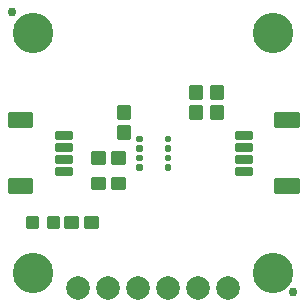
<source format=gts>
G04 EAGLE Gerber RS-274X export*
G75*
%MOMM*%
%FSLAX34Y34*%
%LPD*%
%INSoldermask Top*%
%IPPOS*%
%AMOC8*
5,1,8,0,0,1.08239X$1,22.5*%
G01*
%ADD10C,3.429000*%
%ADD11C,0.762000*%
%ADD12C,0.225588*%
%ADD13C,0.225369*%
%ADD14C,0.225400*%
%ADD15C,0.428259*%
%ADD16C,0.226609*%
%ADD17C,2.006600*%


D10*
X25400Y228600D03*
X228600Y228600D03*
D11*
X245110Y8890D03*
X7620Y246380D03*
D12*
X4543Y160507D02*
X4543Y149493D01*
X4543Y160507D02*
X23557Y160507D01*
X23557Y149493D01*
X4543Y149493D01*
X4543Y151636D02*
X23557Y151636D01*
X23557Y153779D02*
X4543Y153779D01*
X4543Y155922D02*
X23557Y155922D01*
X23557Y158065D02*
X4543Y158065D01*
X4543Y160208D02*
X23557Y160208D01*
X4543Y104507D02*
X4543Y93493D01*
X4543Y104507D02*
X23557Y104507D01*
X23557Y93493D01*
X4543Y93493D01*
X4543Y95636D02*
X23557Y95636D01*
X23557Y97779D02*
X4543Y97779D01*
X4543Y99922D02*
X23557Y99922D01*
X23557Y102065D02*
X4543Y102065D01*
X4543Y104208D02*
X23557Y104208D01*
D13*
X44542Y139492D02*
X44542Y144508D01*
X57058Y144508D01*
X57058Y139492D01*
X44542Y139492D01*
X44542Y141633D02*
X57058Y141633D01*
X57058Y143774D02*
X44542Y143774D01*
X44542Y134508D02*
X44542Y129492D01*
X44542Y134508D02*
X57058Y134508D01*
X57058Y129492D01*
X44542Y129492D01*
X44542Y131633D02*
X57058Y131633D01*
X57058Y133774D02*
X44542Y133774D01*
X44542Y124508D02*
X44542Y119492D01*
X44542Y124508D02*
X57058Y124508D01*
X57058Y119492D01*
X44542Y119492D01*
X44542Y121633D02*
X57058Y121633D01*
X57058Y123774D02*
X44542Y123774D01*
X44542Y114508D02*
X44542Y109492D01*
X44542Y114508D02*
X57058Y114508D01*
X57058Y109492D01*
X44542Y109492D01*
X44542Y111633D02*
X57058Y111633D01*
X57058Y113774D02*
X44542Y113774D01*
D12*
X249457Y104507D02*
X249457Y93493D01*
X230443Y93493D01*
X230443Y104507D01*
X249457Y104507D01*
X249457Y95636D02*
X230443Y95636D01*
X230443Y97779D02*
X249457Y97779D01*
X249457Y99922D02*
X230443Y99922D01*
X230443Y102065D02*
X249457Y102065D01*
X249457Y104208D02*
X230443Y104208D01*
X249457Y149493D02*
X249457Y160507D01*
X249457Y149493D02*
X230443Y149493D01*
X230443Y160507D01*
X249457Y160507D01*
X249457Y151636D02*
X230443Y151636D01*
X230443Y153779D02*
X249457Y153779D01*
X249457Y155922D02*
X230443Y155922D01*
X230443Y158065D02*
X249457Y158065D01*
X249457Y160208D02*
X230443Y160208D01*
D13*
X209458Y114508D02*
X209458Y109492D01*
X196942Y109492D01*
X196942Y114508D01*
X209458Y114508D01*
X209458Y111633D02*
X196942Y111633D01*
X196942Y113774D02*
X209458Y113774D01*
X209458Y119492D02*
X209458Y124508D01*
X209458Y119492D02*
X196942Y119492D01*
X196942Y124508D01*
X209458Y124508D01*
X209458Y121633D02*
X196942Y121633D01*
X196942Y123774D02*
X209458Y123774D01*
X209458Y129492D02*
X209458Y134508D01*
X209458Y129492D02*
X196942Y129492D01*
X196942Y134508D01*
X209458Y134508D01*
X209458Y131633D02*
X196942Y131633D01*
X196942Y133774D02*
X209458Y133774D01*
X209458Y139492D02*
X209458Y144508D01*
X209458Y139492D02*
X196942Y139492D01*
X196942Y144508D01*
X209458Y144508D01*
X209458Y141633D02*
X196942Y141633D01*
X196942Y143774D02*
X209458Y143774D01*
D14*
X62548Y64072D02*
X52532Y64072D01*
X52532Y73088D01*
X62548Y73088D01*
X62548Y64072D01*
X62548Y66213D02*
X52532Y66213D01*
X52532Y68354D02*
X62548Y68354D01*
X62548Y70495D02*
X52532Y70495D01*
X52532Y72636D02*
X62548Y72636D01*
X69532Y64072D02*
X79548Y64072D01*
X69532Y64072D02*
X69532Y73088D01*
X79548Y73088D01*
X79548Y64072D01*
X79548Y66213D02*
X69532Y66213D01*
X69532Y68354D02*
X79548Y68354D01*
X79548Y70495D02*
X69532Y70495D01*
X69532Y72636D02*
X79548Y72636D01*
D15*
X27744Y72074D02*
X27744Y65086D01*
X20756Y65086D01*
X20756Y72074D01*
X27744Y72074D01*
X27744Y69155D02*
X20756Y69155D01*
X45284Y72074D02*
X45284Y65086D01*
X38296Y65086D01*
X38296Y72074D01*
X45284Y72074D01*
X45284Y69155D02*
X38296Y69155D01*
D14*
X184848Y156672D02*
X184848Y166688D01*
X184848Y156672D02*
X175832Y156672D01*
X175832Y166688D01*
X184848Y166688D01*
X184848Y158813D02*
X175832Y158813D01*
X175832Y160954D02*
X184848Y160954D01*
X184848Y163095D02*
X175832Y163095D01*
X175832Y165236D02*
X184848Y165236D01*
X184848Y173672D02*
X184848Y183688D01*
X184848Y173672D02*
X175832Y173672D01*
X175832Y183688D01*
X184848Y183688D01*
X184848Y175813D02*
X175832Y175813D01*
X175832Y177954D02*
X184848Y177954D01*
X184848Y180095D02*
X175832Y180095D01*
X175832Y182236D02*
X184848Y182236D01*
X167068Y166688D02*
X167068Y156672D01*
X158052Y156672D01*
X158052Y166688D01*
X167068Y166688D01*
X167068Y158813D02*
X158052Y158813D01*
X158052Y160954D02*
X167068Y160954D01*
X167068Y163095D02*
X158052Y163095D01*
X158052Y165236D02*
X167068Y165236D01*
X167068Y173672D02*
X167068Y183688D01*
X167068Y173672D02*
X158052Y173672D01*
X158052Y183688D01*
X167068Y183688D01*
X167068Y175813D02*
X158052Y175813D01*
X158052Y177954D02*
X167068Y177954D01*
X167068Y180095D02*
X158052Y180095D01*
X158052Y182236D02*
X167068Y182236D01*
D10*
X228600Y25400D03*
X25400Y25400D03*
D16*
X137498Y137498D02*
X140502Y137498D01*
X137498Y137498D02*
X137498Y140502D01*
X140502Y140502D01*
X140502Y137498D01*
X140502Y139651D02*
X137498Y139651D01*
X137498Y129498D02*
X140502Y129498D01*
X137498Y129498D02*
X137498Y132502D01*
X140502Y132502D01*
X140502Y129498D01*
X140502Y131651D02*
X137498Y131651D01*
X137498Y121498D02*
X140502Y121498D01*
X137498Y121498D02*
X137498Y124502D01*
X140502Y124502D01*
X140502Y121498D01*
X140502Y123651D02*
X137498Y123651D01*
X137498Y113498D02*
X140502Y113498D01*
X137498Y113498D02*
X137498Y116502D01*
X140502Y116502D01*
X140502Y113498D01*
X140502Y115651D02*
X137498Y115651D01*
X116502Y113498D02*
X113498Y113498D01*
X113498Y116502D01*
X116502Y116502D01*
X116502Y113498D01*
X116502Y115651D02*
X113498Y115651D01*
X113498Y121498D02*
X116502Y121498D01*
X113498Y121498D02*
X113498Y124502D01*
X116502Y124502D01*
X116502Y121498D01*
X116502Y123651D02*
X113498Y123651D01*
X113498Y129498D02*
X116502Y129498D01*
X113498Y129498D02*
X113498Y132502D01*
X116502Y132502D01*
X116502Y129498D01*
X116502Y131651D02*
X113498Y131651D01*
X113498Y137498D02*
X116502Y137498D01*
X113498Y137498D02*
X113498Y140502D01*
X116502Y140502D01*
X116502Y137498D01*
X116502Y139651D02*
X113498Y139651D01*
D14*
X102408Y127698D02*
X92392Y127698D01*
X102408Y127698D02*
X102408Y118682D01*
X92392Y118682D01*
X92392Y127698D01*
X92392Y120823D02*
X102408Y120823D01*
X102408Y122964D02*
X92392Y122964D01*
X92392Y125105D02*
X102408Y125105D01*
X102408Y127246D02*
X92392Y127246D01*
X85408Y127698D02*
X75392Y127698D01*
X85408Y127698D02*
X85408Y118682D01*
X75392Y118682D01*
X75392Y127698D01*
X75392Y120823D02*
X85408Y120823D01*
X85408Y122964D02*
X75392Y122964D01*
X75392Y125105D02*
X85408Y125105D01*
X85408Y127246D02*
X75392Y127246D01*
X106108Y139282D02*
X106108Y149298D01*
X106108Y139282D02*
X97092Y139282D01*
X97092Y149298D01*
X106108Y149298D01*
X106108Y141423D02*
X97092Y141423D01*
X97092Y143564D02*
X106108Y143564D01*
X106108Y145705D02*
X97092Y145705D01*
X97092Y147846D02*
X106108Y147846D01*
X106108Y156282D02*
X106108Y166298D01*
X106108Y156282D02*
X97092Y156282D01*
X97092Y166298D01*
X106108Y166298D01*
X106108Y158423D02*
X97092Y158423D01*
X97092Y160564D02*
X106108Y160564D01*
X106108Y162705D02*
X97092Y162705D01*
X97092Y164846D02*
X106108Y164846D01*
D17*
X190500Y12700D03*
X165100Y12700D03*
X139700Y12700D03*
X114300Y12700D03*
X88900Y12700D03*
X63500Y12700D03*
D14*
X75392Y97092D02*
X85408Y97092D01*
X75392Y97092D02*
X75392Y106108D01*
X85408Y106108D01*
X85408Y97092D01*
X85408Y99233D02*
X75392Y99233D01*
X75392Y101374D02*
X85408Y101374D01*
X85408Y103515D02*
X75392Y103515D01*
X75392Y105656D02*
X85408Y105656D01*
X92392Y97092D02*
X102408Y97092D01*
X92392Y97092D02*
X92392Y106108D01*
X102408Y106108D01*
X102408Y97092D01*
X102408Y99233D02*
X92392Y99233D01*
X92392Y101374D02*
X102408Y101374D01*
X102408Y103515D02*
X92392Y103515D01*
X92392Y105656D02*
X102408Y105656D01*
M02*

</source>
